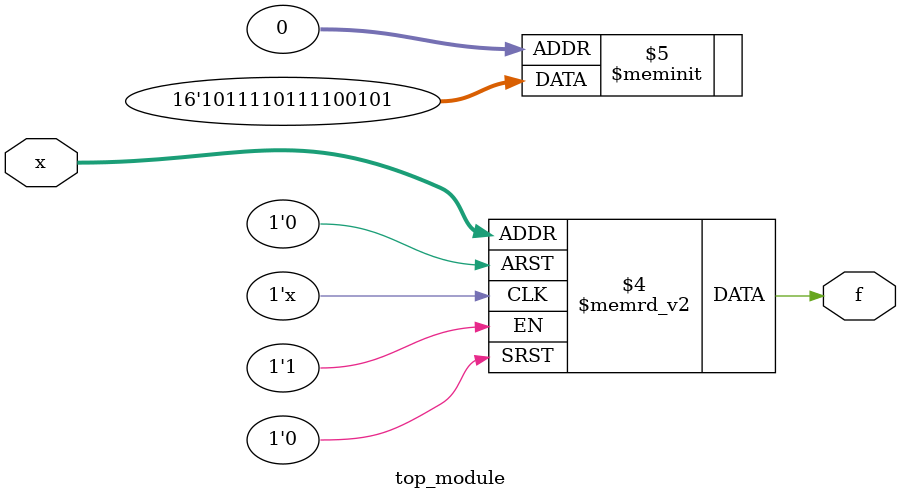
<source format=sv>
module top_module (
	input [4:1] x,
	output logic f
);

  always_comb begin
    case (x)
      4'b0000: f = 1; // don't care
      4'b0001: f = 0;
      4'b0010: f = 1;
      4'b0011: f = 0;
      4'b0100: f = 0;
      4'b0101: f = 1;
      4'b0110: f = 1;
      4'b0111: f = 1;
      4'b1000: f = 1;
      4'b1001: f = 0;
      4'b1010: f = 1;
      4'b1011: f = 1; // don't care
      4'b1100: f = 1; // don't care
      4'b1101: f = 1; // don't care
      4'b1110: f = 0;
      4'b1111: f = 1;
      default: f = 0;
    endcase
  end

endmodule

</source>
